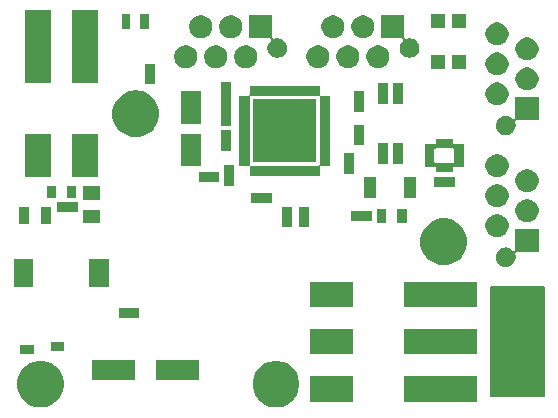
<source format=gts>
G04 #@! TF.GenerationSoftware,KiCad,Pcbnew,5.0.2-bee76a0~70~ubuntu18.04.1*
G04 #@! TF.CreationDate,2018-12-08T03:17:05+01:00*
G04 #@! TF.ProjectId,Roboy_motorboard,526f626f-795f-46d6-9f74-6f72626f6172,rev?*
G04 #@! TF.SameCoordinates,Original*
G04 #@! TF.FileFunction,Soldermask,Top*
G04 #@! TF.FilePolarity,Negative*
%FSLAX46Y46*%
G04 Gerber Fmt 4.6, Leading zero omitted, Abs format (unit mm)*
G04 Created by KiCad (PCBNEW 5.0.2-bee76a0~70~ubuntu18.04.1) date Sat 08 Dec 2018 03:17:05 CET*
%MOMM*%
%LPD*%
G01*
G04 APERTURE LIST*
%ADD10C,0.150000*%
%ADD11C,0.100000*%
G04 APERTURE END LIST*
D10*
G36*
X136000000Y-113650000D02*
X136000000Y-104400000D01*
X140500000Y-104400000D01*
X140500000Y-113650000D01*
X136000000Y-113650000D01*
G37*
X136000000Y-113650000D02*
X136000000Y-104400000D01*
X140500000Y-104400000D01*
X140500000Y-113650000D01*
X136000000Y-113650000D01*
D11*
G36*
X118376436Y-110699744D02*
X118736082Y-110848714D01*
X119057573Y-111063528D01*
X119059757Y-111064987D01*
X119335013Y-111340243D01*
X119335015Y-111340246D01*
X119551286Y-111663918D01*
X119700256Y-112023564D01*
X119776200Y-112405361D01*
X119776200Y-112794639D01*
X119700256Y-113176436D01*
X119551286Y-113536082D01*
X119336472Y-113857573D01*
X119335013Y-113859757D01*
X119059757Y-114135013D01*
X119059754Y-114135015D01*
X118736082Y-114351286D01*
X118376436Y-114500256D01*
X117994640Y-114576200D01*
X117605360Y-114576200D01*
X117223564Y-114500256D01*
X116863918Y-114351286D01*
X116540246Y-114135015D01*
X116540243Y-114135013D01*
X116264987Y-113859757D01*
X116263528Y-113857573D01*
X116048714Y-113536082D01*
X115899744Y-113176436D01*
X115823800Y-112794639D01*
X115823800Y-112405361D01*
X115899744Y-112023564D01*
X116048714Y-111663918D01*
X116264985Y-111340246D01*
X116264987Y-111340243D01*
X116540243Y-111064987D01*
X116542427Y-111063528D01*
X116863918Y-110848714D01*
X117223564Y-110699744D01*
X117605360Y-110623800D01*
X117994640Y-110623800D01*
X118376436Y-110699744D01*
X118376436Y-110699744D01*
G37*
G36*
X98426436Y-110699744D02*
X98786082Y-110848714D01*
X99107573Y-111063528D01*
X99109757Y-111064987D01*
X99385013Y-111340243D01*
X99385015Y-111340246D01*
X99601286Y-111663918D01*
X99750256Y-112023564D01*
X99826200Y-112405361D01*
X99826200Y-112794639D01*
X99750256Y-113176436D01*
X99601286Y-113536082D01*
X99386472Y-113857573D01*
X99385013Y-113859757D01*
X99109757Y-114135013D01*
X99109754Y-114135015D01*
X98786082Y-114351286D01*
X98426436Y-114500256D01*
X98044640Y-114576200D01*
X97655360Y-114576200D01*
X97273564Y-114500256D01*
X96913918Y-114351286D01*
X96590246Y-114135015D01*
X96590243Y-114135013D01*
X96314987Y-113859757D01*
X96313528Y-113857573D01*
X96098714Y-113536082D01*
X95949744Y-113176436D01*
X95873800Y-112794639D01*
X95873800Y-112405361D01*
X95949744Y-112023564D01*
X96098714Y-111663918D01*
X96314985Y-111340246D01*
X96314987Y-111340243D01*
X96590243Y-111064987D01*
X96592427Y-111063528D01*
X96913918Y-110848714D01*
X97273564Y-110699744D01*
X97655360Y-110623800D01*
X98044640Y-110623800D01*
X98426436Y-110699744D01*
X98426436Y-110699744D01*
G37*
G36*
X134826200Y-114076200D02*
X128673800Y-114076200D01*
X128673800Y-111923800D01*
X134826200Y-111923800D01*
X134826200Y-114076200D01*
X134826200Y-114076200D01*
G37*
G36*
X124326200Y-114076200D02*
X120673800Y-114076200D01*
X120673800Y-111923800D01*
X124326200Y-111923800D01*
X124326200Y-114076200D01*
X124326200Y-114076200D01*
G37*
G36*
X111251200Y-112276200D02*
X107598800Y-112276200D01*
X107598800Y-110523800D01*
X111251200Y-110523800D01*
X111251200Y-112276200D01*
X111251200Y-112276200D01*
G37*
G36*
X105851200Y-112276200D02*
X102198800Y-112276200D01*
X102198800Y-110523800D01*
X105851200Y-110523800D01*
X105851200Y-112276200D01*
X105851200Y-112276200D01*
G37*
G36*
X134826200Y-110076200D02*
X128673800Y-110076200D01*
X128673800Y-107923800D01*
X134826200Y-107923800D01*
X134826200Y-110076200D01*
X134826200Y-110076200D01*
G37*
G36*
X124326200Y-110076200D02*
X120673800Y-110076200D01*
X120673800Y-107923800D01*
X124326200Y-107923800D01*
X124326200Y-110076200D01*
X124326200Y-110076200D01*
G37*
G36*
X97286700Y-110040700D02*
X96134300Y-110040700D01*
X96134300Y-109288300D01*
X97286700Y-109288300D01*
X97286700Y-110040700D01*
X97286700Y-110040700D01*
G37*
G36*
X99876200Y-109776200D02*
X98723800Y-109776200D01*
X98723800Y-109023800D01*
X99876200Y-109023800D01*
X99876200Y-109776200D01*
X99876200Y-109776200D01*
G37*
G36*
X106222700Y-107042700D02*
X104470300Y-107042700D01*
X104470300Y-106190300D01*
X106222700Y-106190300D01*
X106222700Y-107042700D01*
X106222700Y-107042700D01*
G37*
G36*
X124326200Y-106076200D02*
X120673800Y-106076200D01*
X120673800Y-103923800D01*
X124326200Y-103923800D01*
X124326200Y-106076200D01*
X124326200Y-106076200D01*
G37*
G36*
X134826200Y-106076200D02*
X128673800Y-106076200D01*
X128673800Y-103923800D01*
X134826200Y-103923800D01*
X134826200Y-106076200D01*
X134826200Y-106076200D01*
G37*
G36*
X103657700Y-104363700D02*
X102005300Y-104363700D01*
X102005300Y-102011300D01*
X103657700Y-102011300D01*
X103657700Y-104363700D01*
X103657700Y-104363700D01*
G37*
G36*
X97257700Y-104363700D02*
X95605300Y-104363700D01*
X95605300Y-102011300D01*
X97257700Y-102011300D01*
X97257700Y-104363700D01*
X97257700Y-104363700D01*
G37*
G36*
X140026200Y-101426200D02*
X138155858Y-101426200D01*
X138131472Y-101428602D01*
X138108023Y-101435715D01*
X138086412Y-101447266D01*
X138067470Y-101462812D01*
X138051924Y-101481754D01*
X138040373Y-101503365D01*
X138033260Y-101526814D01*
X138030858Y-101551200D01*
X138033260Y-101575586D01*
X138040374Y-101599037D01*
X138044498Y-101608993D01*
X138076250Y-101768620D01*
X138076250Y-101931380D01*
X138044498Y-102091007D01*
X137982214Y-102241375D01*
X137891788Y-102376707D01*
X137776707Y-102491788D01*
X137641375Y-102582214D01*
X137553292Y-102618699D01*
X137491008Y-102644498D01*
X137411193Y-102660374D01*
X137331380Y-102676250D01*
X137168620Y-102676250D01*
X137088807Y-102660374D01*
X137008992Y-102644498D01*
X136946708Y-102618699D01*
X136858625Y-102582214D01*
X136723293Y-102491788D01*
X136608212Y-102376707D01*
X136517786Y-102241375D01*
X136455502Y-102091007D01*
X136423750Y-101931380D01*
X136423750Y-101768620D01*
X136455502Y-101608993D01*
X136469340Y-101575586D01*
X136481301Y-101546708D01*
X136517786Y-101458625D01*
X136608212Y-101323293D01*
X136723293Y-101208212D01*
X136858625Y-101117786D01*
X136946708Y-101081301D01*
X137008992Y-101055502D01*
X137088807Y-101039626D01*
X137168620Y-101023750D01*
X137331380Y-101023750D01*
X137411193Y-101039626D01*
X137491008Y-101055502D01*
X137553292Y-101081301D01*
X137641375Y-101117786D01*
X137776707Y-101208212D01*
X137860412Y-101291917D01*
X137879354Y-101307463D01*
X137900965Y-101319014D01*
X137924414Y-101326127D01*
X137948800Y-101328529D01*
X137973186Y-101326127D01*
X137996635Y-101319014D01*
X138018246Y-101307463D01*
X138037188Y-101291917D01*
X138052734Y-101272975D01*
X138064285Y-101251364D01*
X138071398Y-101227915D01*
X138073800Y-101203529D01*
X138073800Y-99473800D01*
X140026200Y-99473800D01*
X140026200Y-101426200D01*
X140026200Y-101426200D01*
G37*
G36*
X132576436Y-98649744D02*
X132936082Y-98798714D01*
X133126878Y-98926200D01*
X133259757Y-99014987D01*
X133535013Y-99290243D01*
X133535015Y-99290246D01*
X133751286Y-99613918D01*
X133900256Y-99973564D01*
X133976200Y-100355361D01*
X133976200Y-100744639D01*
X133900256Y-101126436D01*
X133751286Y-101486082D01*
X133669160Y-101608992D01*
X133535013Y-101809757D01*
X133259757Y-102085013D01*
X133259754Y-102085015D01*
X132936082Y-102301286D01*
X132576436Y-102450256D01*
X132194640Y-102526200D01*
X131805360Y-102526200D01*
X131614463Y-102488228D01*
X131423564Y-102450256D01*
X131063918Y-102301286D01*
X130740246Y-102085015D01*
X130740243Y-102085013D01*
X130464987Y-101809757D01*
X130330840Y-101608992D01*
X130248714Y-101486082D01*
X130099744Y-101126436D01*
X130023800Y-100744639D01*
X130023800Y-100355361D01*
X130099744Y-99973564D01*
X130248714Y-99613918D01*
X130464985Y-99290246D01*
X130464987Y-99290243D01*
X130740243Y-99014987D01*
X130873122Y-98926200D01*
X131063918Y-98798714D01*
X131423564Y-98649744D01*
X131805360Y-98573800D01*
X132194640Y-98573800D01*
X132576436Y-98649744D01*
X132576436Y-98649744D01*
G37*
G36*
X136794747Y-98241315D02*
X136972404Y-98314902D01*
X137132294Y-98421738D01*
X137268262Y-98557706D01*
X137375098Y-98717596D01*
X137448685Y-98895253D01*
X137486200Y-99083852D01*
X137486200Y-99276148D01*
X137448685Y-99464747D01*
X137375098Y-99642404D01*
X137268262Y-99802294D01*
X137132294Y-99938262D01*
X136972404Y-100045098D01*
X136794747Y-100118685D01*
X136606148Y-100156200D01*
X136413852Y-100156200D01*
X136225253Y-100118685D01*
X136047596Y-100045098D01*
X135887706Y-99938262D01*
X135751738Y-99802294D01*
X135644902Y-99642404D01*
X135571315Y-99464747D01*
X135533800Y-99276148D01*
X135533800Y-99083852D01*
X135571315Y-98895253D01*
X135644902Y-98717596D01*
X135751738Y-98557706D01*
X135887706Y-98421738D01*
X136047596Y-98314902D01*
X136225253Y-98241315D01*
X136413852Y-98203800D01*
X136606148Y-98203800D01*
X136794747Y-98241315D01*
X136794747Y-98241315D01*
G37*
G36*
X120576200Y-99326200D02*
X119723800Y-99326200D01*
X119723800Y-97573800D01*
X120576200Y-97573800D01*
X120576200Y-99326200D01*
X120576200Y-99326200D01*
G37*
G36*
X119176200Y-99326200D02*
X118323800Y-99326200D01*
X118323800Y-97573800D01*
X119176200Y-97573800D01*
X119176200Y-99326200D01*
X119176200Y-99326200D01*
G37*
G36*
X96885200Y-99024200D02*
X96032800Y-99024200D01*
X96032800Y-97571800D01*
X96885200Y-97571800D01*
X96885200Y-99024200D01*
X96885200Y-99024200D01*
G37*
G36*
X98785200Y-99024200D02*
X97932800Y-99024200D01*
X97932800Y-97571800D01*
X98785200Y-97571800D01*
X98785200Y-99024200D01*
X98785200Y-99024200D01*
G37*
G36*
X102872700Y-98985200D02*
X101470300Y-98985200D01*
X101470300Y-97832800D01*
X102872700Y-97832800D01*
X102872700Y-98985200D01*
X102872700Y-98985200D01*
G37*
G36*
X127136200Y-98926200D02*
X126313800Y-98926200D01*
X126313800Y-97773800D01*
X127136200Y-97773800D01*
X127136200Y-98926200D01*
X127136200Y-98926200D01*
G37*
G36*
X128886200Y-98926200D02*
X128063800Y-98926200D01*
X128063800Y-97773800D01*
X128886200Y-97773800D01*
X128886200Y-98926200D01*
X128886200Y-98926200D01*
G37*
G36*
X139334747Y-96971315D02*
X139512404Y-97044902D01*
X139672294Y-97151738D01*
X139808262Y-97287706D01*
X139915098Y-97447596D01*
X139988685Y-97625253D01*
X140026200Y-97813852D01*
X140026200Y-98006148D01*
X139988685Y-98194747D01*
X139915098Y-98372404D01*
X139808262Y-98532294D01*
X139672294Y-98668262D01*
X139512404Y-98775098D01*
X139334747Y-98848685D01*
X139146148Y-98886200D01*
X138953852Y-98886200D01*
X138765253Y-98848685D01*
X138587596Y-98775098D01*
X138427706Y-98668262D01*
X138291738Y-98532294D01*
X138184902Y-98372404D01*
X138111315Y-98194747D01*
X138073800Y-98006148D01*
X138073800Y-97813852D01*
X138111315Y-97625253D01*
X138184902Y-97447596D01*
X138291738Y-97287706D01*
X138427706Y-97151738D01*
X138587596Y-97044902D01*
X138765253Y-96971315D01*
X138953852Y-96933800D01*
X139146148Y-96933800D01*
X139334747Y-96971315D01*
X139334747Y-96971315D01*
G37*
G36*
X125926200Y-98776200D02*
X124173800Y-98776200D01*
X124173800Y-97923800D01*
X125926200Y-97923800D01*
X125926200Y-98776200D01*
X125926200Y-98776200D01*
G37*
G36*
X101015700Y-98025700D02*
X99263300Y-98025700D01*
X99263300Y-97173300D01*
X101015700Y-97173300D01*
X101015700Y-98025700D01*
X101015700Y-98025700D01*
G37*
G36*
X136794747Y-95701315D02*
X136972404Y-95774902D01*
X137132294Y-95881738D01*
X137268262Y-96017706D01*
X137375098Y-96177596D01*
X137448685Y-96355253D01*
X137486200Y-96543852D01*
X137486200Y-96736148D01*
X137448685Y-96924747D01*
X137375098Y-97102404D01*
X137268262Y-97262294D01*
X137132294Y-97398262D01*
X136972404Y-97505098D01*
X136794747Y-97578685D01*
X136606148Y-97616200D01*
X136413852Y-97616200D01*
X136225253Y-97578685D01*
X136047596Y-97505098D01*
X135887706Y-97398262D01*
X135751738Y-97262294D01*
X135644902Y-97102404D01*
X135571315Y-96924747D01*
X135533800Y-96736148D01*
X135533800Y-96543852D01*
X135571315Y-96355253D01*
X135644902Y-96177596D01*
X135751738Y-96017706D01*
X135887706Y-95881738D01*
X136047596Y-95774902D01*
X136225253Y-95701315D01*
X136413852Y-95663800D01*
X136606148Y-95663800D01*
X136794747Y-95701315D01*
X136794747Y-95701315D01*
G37*
G36*
X117426200Y-97276200D02*
X115673800Y-97276200D01*
X115673800Y-96423800D01*
X117426200Y-96423800D01*
X117426200Y-97276200D01*
X117426200Y-97276200D01*
G37*
G36*
X102872700Y-96985200D02*
X101470300Y-96985200D01*
X101470300Y-95832800D01*
X102872700Y-95832800D01*
X102872700Y-96985200D01*
X102872700Y-96985200D01*
G37*
G36*
X126276200Y-96876200D02*
X125223800Y-96876200D01*
X125223800Y-95023800D01*
X126276200Y-95023800D01*
X126276200Y-96876200D01*
X126276200Y-96876200D01*
G37*
G36*
X129676200Y-96876200D02*
X128623800Y-96876200D01*
X128623800Y-95023800D01*
X129676200Y-95023800D01*
X129676200Y-96876200D01*
X129676200Y-96876200D01*
G37*
G36*
X99157700Y-96805700D02*
X98405300Y-96805700D01*
X98405300Y-95853300D01*
X99157700Y-95853300D01*
X99157700Y-96805700D01*
X99157700Y-96805700D01*
G37*
G36*
X100857700Y-96805700D02*
X100105300Y-96805700D01*
X100105300Y-95853300D01*
X100857700Y-95853300D01*
X100857700Y-96805700D01*
X100857700Y-96805700D01*
G37*
G36*
X139334747Y-94431315D02*
X139512404Y-94504902D01*
X139672294Y-94611738D01*
X139808262Y-94747706D01*
X139915098Y-94907596D01*
X139988685Y-95085253D01*
X140026200Y-95273852D01*
X140026200Y-95466148D01*
X139988685Y-95654747D01*
X139915098Y-95832404D01*
X139808262Y-95992294D01*
X139672294Y-96128262D01*
X139512404Y-96235098D01*
X139334747Y-96308685D01*
X139146148Y-96346200D01*
X138953852Y-96346200D01*
X138765253Y-96308685D01*
X138587596Y-96235098D01*
X138427706Y-96128262D01*
X138291738Y-95992294D01*
X138184902Y-95832404D01*
X138111315Y-95654747D01*
X138073800Y-95466148D01*
X138073800Y-95273852D01*
X138111315Y-95085253D01*
X138184902Y-94907596D01*
X138291738Y-94747706D01*
X138427706Y-94611738D01*
X138587596Y-94504902D01*
X138765253Y-94431315D01*
X138953852Y-94393800D01*
X139146148Y-94393800D01*
X139334747Y-94431315D01*
X139334747Y-94431315D01*
G37*
G36*
X132926200Y-95876200D02*
X131173800Y-95876200D01*
X131173800Y-95023800D01*
X132926200Y-95023800D01*
X132926200Y-95876200D01*
X132926200Y-95876200D01*
G37*
G36*
X114266200Y-95816200D02*
X113413800Y-95816200D01*
X113413800Y-94063800D01*
X114266200Y-94063800D01*
X114266200Y-95816200D01*
X114266200Y-95816200D01*
G37*
G36*
X113001200Y-95476200D02*
X111248800Y-95476200D01*
X111248800Y-94623800D01*
X113001200Y-94623800D01*
X113001200Y-95476200D01*
X113001200Y-95476200D01*
G37*
G36*
X98707700Y-95087200D02*
X96555300Y-95087200D01*
X96555300Y-91434800D01*
X98707700Y-91434800D01*
X98707700Y-95087200D01*
X98707700Y-95087200D01*
G37*
G36*
X102707700Y-95087200D02*
X100555300Y-95087200D01*
X100555300Y-91434800D01*
X102707700Y-91434800D01*
X102707700Y-95087200D01*
X102707700Y-95087200D01*
G37*
G36*
X136794747Y-93161315D02*
X136972404Y-93234902D01*
X137132294Y-93341738D01*
X137268262Y-93477706D01*
X137375098Y-93637596D01*
X137448685Y-93815253D01*
X137486200Y-94003852D01*
X137486200Y-94196148D01*
X137448685Y-94384747D01*
X137375098Y-94562404D01*
X137268262Y-94722294D01*
X137132294Y-94858262D01*
X136972404Y-94965098D01*
X136794747Y-95038685D01*
X136606148Y-95076200D01*
X136413852Y-95076200D01*
X136225253Y-95038685D01*
X136047596Y-94965098D01*
X135887706Y-94858262D01*
X135751738Y-94722294D01*
X135644902Y-94562404D01*
X135571315Y-94384747D01*
X135533800Y-94196148D01*
X135533800Y-94003852D01*
X135571315Y-93815253D01*
X135644902Y-93637596D01*
X135751738Y-93477706D01*
X135887706Y-93341738D01*
X136047596Y-93234902D01*
X136225253Y-93161315D01*
X136413852Y-93123800D01*
X136606148Y-93123800D01*
X136794747Y-93161315D01*
X136794747Y-93161315D01*
G37*
G36*
X121483700Y-88071300D02*
X121486102Y-88095686D01*
X121493215Y-88119135D01*
X121504766Y-88140746D01*
X121520312Y-88159688D01*
X121539254Y-88175234D01*
X121560865Y-88186785D01*
X121584314Y-88193898D01*
X121608700Y-88196300D01*
X122358700Y-88196300D01*
X122358700Y-94098700D01*
X121608700Y-94098700D01*
X121584314Y-94101102D01*
X121560865Y-94108215D01*
X121539254Y-94119766D01*
X121520312Y-94135312D01*
X121504766Y-94154254D01*
X121493215Y-94175865D01*
X121486102Y-94199314D01*
X121483700Y-94223700D01*
X121483700Y-94973700D01*
X115581300Y-94973700D01*
X115581300Y-94223700D01*
X115578898Y-94199314D01*
X115571785Y-94175865D01*
X115560234Y-94154254D01*
X115544688Y-94135312D01*
X115525746Y-94119766D01*
X115504135Y-94108215D01*
X115480686Y-94101102D01*
X115456300Y-94098700D01*
X114706300Y-94098700D01*
X114706300Y-88298700D01*
X115558700Y-88298700D01*
X115558700Y-93996300D01*
X115561102Y-94020686D01*
X115568215Y-94044135D01*
X115579766Y-94065746D01*
X115595312Y-94084688D01*
X115614254Y-94100234D01*
X115635865Y-94111785D01*
X115659314Y-94118898D01*
X115683700Y-94121300D01*
X121381300Y-94121300D01*
X121405686Y-94118898D01*
X121429135Y-94111785D01*
X121450746Y-94100234D01*
X121469688Y-94084688D01*
X121485234Y-94065746D01*
X121496785Y-94044135D01*
X121503898Y-94020686D01*
X121506300Y-93996300D01*
X121506300Y-88298700D01*
X121503898Y-88274314D01*
X121496785Y-88250865D01*
X121485234Y-88229254D01*
X121469688Y-88210312D01*
X121450746Y-88194766D01*
X121429135Y-88183215D01*
X121405686Y-88176102D01*
X121381300Y-88173700D01*
X115683700Y-88173700D01*
X115659314Y-88176102D01*
X115635865Y-88183215D01*
X115614254Y-88194766D01*
X115595312Y-88210312D01*
X115579766Y-88229254D01*
X115568215Y-88250865D01*
X115561102Y-88274314D01*
X115558700Y-88298700D01*
X114706300Y-88298700D01*
X114706300Y-88196300D01*
X115456300Y-88196300D01*
X115480686Y-88193898D01*
X115504135Y-88186785D01*
X115525746Y-88175234D01*
X115544688Y-88159688D01*
X115560234Y-88140746D01*
X115571785Y-88119135D01*
X115578898Y-88095686D01*
X115581300Y-88071300D01*
X115581300Y-87321300D01*
X121483700Y-87321300D01*
X121483700Y-88071300D01*
X121483700Y-88071300D01*
G37*
G36*
X121183700Y-93798700D02*
X115881300Y-93798700D01*
X115881300Y-88496300D01*
X121183700Y-88496300D01*
X121183700Y-93798700D01*
X121183700Y-93798700D01*
G37*
G36*
X124426200Y-94826200D02*
X123573800Y-94826200D01*
X123573800Y-93073800D01*
X124426200Y-93073800D01*
X124426200Y-94826200D01*
X124426200Y-94826200D01*
G37*
G36*
X132751200Y-92173800D02*
X132753602Y-92198186D01*
X132760715Y-92221635D01*
X132772266Y-92243246D01*
X132787812Y-92262188D01*
X132806754Y-92277734D01*
X132828365Y-92289285D01*
X132851814Y-92296398D01*
X132876200Y-92298800D01*
X133726200Y-92298800D01*
X133726200Y-94201200D01*
X132876200Y-94201200D01*
X132851814Y-94203602D01*
X132828365Y-94210715D01*
X132806754Y-94222266D01*
X132787812Y-94237812D01*
X132772266Y-94256754D01*
X132760715Y-94278365D01*
X132753602Y-94301814D01*
X132751200Y-94326200D01*
X132751200Y-94676200D01*
X131348800Y-94676200D01*
X131348800Y-94326200D01*
X131346398Y-94301814D01*
X131339285Y-94278365D01*
X131327734Y-94256754D01*
X131312188Y-94237812D01*
X131293246Y-94222266D01*
X131271635Y-94210715D01*
X131248186Y-94203602D01*
X131223800Y-94201200D01*
X130373800Y-94201200D01*
X130373800Y-92776200D01*
X131201200Y-92776200D01*
X131201200Y-93723800D01*
X131203602Y-93748186D01*
X131210715Y-93771635D01*
X131222266Y-93793246D01*
X131237812Y-93812188D01*
X131256754Y-93827734D01*
X131278365Y-93839285D01*
X131301814Y-93846398D01*
X131326200Y-93848800D01*
X132773800Y-93848800D01*
X132798186Y-93846398D01*
X132821635Y-93839285D01*
X132843246Y-93827734D01*
X132862188Y-93812188D01*
X132877734Y-93793246D01*
X132889285Y-93771635D01*
X132896398Y-93748186D01*
X132898800Y-93723800D01*
X132898800Y-92776200D01*
X132896398Y-92751814D01*
X132889285Y-92728365D01*
X132877734Y-92706754D01*
X132862188Y-92687812D01*
X132843246Y-92672266D01*
X132821635Y-92660715D01*
X132798186Y-92653602D01*
X132773800Y-92651200D01*
X131326200Y-92651200D01*
X131301814Y-92653602D01*
X131278365Y-92660715D01*
X131256754Y-92672266D01*
X131237812Y-92687812D01*
X131222266Y-92706754D01*
X131210715Y-92728365D01*
X131203602Y-92751814D01*
X131201200Y-92776200D01*
X130373800Y-92776200D01*
X130373800Y-92298800D01*
X131223800Y-92298800D01*
X131248186Y-92296398D01*
X131271635Y-92289285D01*
X131293246Y-92277734D01*
X131312188Y-92262188D01*
X131327734Y-92243246D01*
X131339285Y-92221635D01*
X131346398Y-92198186D01*
X131348800Y-92173800D01*
X131348800Y-91823800D01*
X132751200Y-91823800D01*
X132751200Y-92173800D01*
X132751200Y-92173800D01*
G37*
G36*
X111476200Y-94176200D02*
X109723800Y-94176200D01*
X109723800Y-91423800D01*
X111476200Y-91423800D01*
X111476200Y-94176200D01*
X111476200Y-94176200D01*
G37*
G36*
X128591200Y-93966200D02*
X127678800Y-93966200D01*
X127678800Y-92213800D01*
X128591200Y-92213800D01*
X128591200Y-93966200D01*
X128591200Y-93966200D01*
G37*
G36*
X127321200Y-93966200D02*
X126408800Y-93966200D01*
X126408800Y-92213800D01*
X127321200Y-92213800D01*
X127321200Y-93966200D01*
X127321200Y-93966200D01*
G37*
G36*
X114001200Y-92826200D02*
X113148800Y-92826200D01*
X113148800Y-91073800D01*
X114001200Y-91073800D01*
X114001200Y-92826200D01*
X114001200Y-92826200D01*
G37*
G36*
X125226200Y-92376200D02*
X124373800Y-92376200D01*
X124373800Y-90623800D01*
X125226200Y-90623800D01*
X125226200Y-92376200D01*
X125226200Y-92376200D01*
G37*
G36*
X106156141Y-87745253D02*
X106494436Y-87812544D01*
X106854082Y-87961514D01*
X106947299Y-88023800D01*
X107177757Y-88177787D01*
X107453013Y-88453043D01*
X107453015Y-88453046D01*
X107669286Y-88776718D01*
X107818256Y-89136364D01*
X107894200Y-89518161D01*
X107894200Y-89907439D01*
X107818256Y-90289236D01*
X107669286Y-90648882D01*
X107474094Y-90941007D01*
X107453013Y-90972557D01*
X107177757Y-91247813D01*
X107177754Y-91247815D01*
X106854082Y-91464086D01*
X106494436Y-91613056D01*
X106112640Y-91689000D01*
X105723360Y-91689000D01*
X105532463Y-91651028D01*
X105341564Y-91613056D01*
X104981918Y-91464086D01*
X104658246Y-91247815D01*
X104658243Y-91247813D01*
X104382987Y-90972557D01*
X104361906Y-90941007D01*
X104166714Y-90648882D01*
X104017744Y-90289236D01*
X103941800Y-89907439D01*
X103941800Y-89518161D01*
X104017744Y-89136364D01*
X104166714Y-88776718D01*
X104382985Y-88453046D01*
X104382987Y-88453043D01*
X104658243Y-88177787D01*
X104888701Y-88023800D01*
X104981918Y-87961514D01*
X105341564Y-87812544D01*
X105679859Y-87745253D01*
X105723360Y-87736600D01*
X106112640Y-87736600D01*
X106156141Y-87745253D01*
X106156141Y-87745253D01*
G37*
G36*
X140026200Y-90276200D02*
X138155858Y-90276200D01*
X138131472Y-90278602D01*
X138108023Y-90285715D01*
X138086412Y-90297266D01*
X138067470Y-90312812D01*
X138051924Y-90331754D01*
X138040373Y-90353365D01*
X138033260Y-90376814D01*
X138030858Y-90401200D01*
X138033260Y-90425586D01*
X138040374Y-90449037D01*
X138044498Y-90458993D01*
X138076250Y-90618620D01*
X138076250Y-90781380D01*
X138044498Y-90941007D01*
X137982214Y-91091375D01*
X137891788Y-91226707D01*
X137776707Y-91341788D01*
X137641375Y-91432214D01*
X137553292Y-91468699D01*
X137491008Y-91494498D01*
X137411193Y-91510374D01*
X137331380Y-91526250D01*
X137168620Y-91526250D01*
X137008992Y-91494498D01*
X136946708Y-91468699D01*
X136858625Y-91432214D01*
X136723293Y-91341788D01*
X136608212Y-91226707D01*
X136517786Y-91091375D01*
X136455502Y-90941007D01*
X136423750Y-90781380D01*
X136423750Y-90618620D01*
X136455502Y-90458993D01*
X136469340Y-90425586D01*
X136481301Y-90396708D01*
X136517786Y-90308625D01*
X136608212Y-90173293D01*
X136723293Y-90058212D01*
X136858625Y-89967786D01*
X136946708Y-89931301D01*
X137008992Y-89905502D01*
X137088807Y-89889626D01*
X137168620Y-89873750D01*
X137331380Y-89873750D01*
X137491008Y-89905502D01*
X137553292Y-89931301D01*
X137641375Y-89967786D01*
X137776707Y-90058212D01*
X137860412Y-90141917D01*
X137879354Y-90157463D01*
X137900965Y-90169014D01*
X137924414Y-90176127D01*
X137948800Y-90178529D01*
X137973186Y-90176127D01*
X137996635Y-90169014D01*
X138018246Y-90157463D01*
X138037188Y-90141917D01*
X138052734Y-90122975D01*
X138064285Y-90101364D01*
X138071398Y-90077915D01*
X138073800Y-90053529D01*
X138073800Y-88323800D01*
X140026200Y-88323800D01*
X140026200Y-90276200D01*
X140026200Y-90276200D01*
G37*
G36*
X114001200Y-90776200D02*
X113148800Y-90776200D01*
X113148800Y-87023800D01*
X114001200Y-87023800D01*
X114001200Y-90776200D01*
X114001200Y-90776200D01*
G37*
G36*
X111476200Y-90576200D02*
X109723800Y-90576200D01*
X109723800Y-87823800D01*
X111476200Y-87823800D01*
X111476200Y-90576200D01*
X111476200Y-90576200D01*
G37*
G36*
X125226200Y-89526200D02*
X124373800Y-89526200D01*
X124373800Y-87773800D01*
X125226200Y-87773800D01*
X125226200Y-89526200D01*
X125226200Y-89526200D01*
G37*
G36*
X136794747Y-87091315D02*
X136972404Y-87164902D01*
X137132294Y-87271738D01*
X137268262Y-87407706D01*
X137375098Y-87567596D01*
X137448685Y-87745253D01*
X137486200Y-87933852D01*
X137486200Y-88126148D01*
X137448685Y-88314747D01*
X137375098Y-88492404D01*
X137268262Y-88652294D01*
X137132294Y-88788262D01*
X136972404Y-88895098D01*
X136794747Y-88968685D01*
X136606148Y-89006200D01*
X136413852Y-89006200D01*
X136225253Y-88968685D01*
X136047596Y-88895098D01*
X135887706Y-88788262D01*
X135751738Y-88652294D01*
X135644902Y-88492404D01*
X135571315Y-88314747D01*
X135533800Y-88126148D01*
X135533800Y-87933852D01*
X135571315Y-87745253D01*
X135644902Y-87567596D01*
X135751738Y-87407706D01*
X135887706Y-87271738D01*
X136047596Y-87164902D01*
X136225253Y-87091315D01*
X136413852Y-87053800D01*
X136606148Y-87053800D01*
X136794747Y-87091315D01*
X136794747Y-87091315D01*
G37*
G36*
X128591200Y-88886200D02*
X127678800Y-88886200D01*
X127678800Y-87133800D01*
X128591200Y-87133800D01*
X128591200Y-88886200D01*
X128591200Y-88886200D01*
G37*
G36*
X127321200Y-88886200D02*
X126408800Y-88886200D01*
X126408800Y-87133800D01*
X127321200Y-87133800D01*
X127321200Y-88886200D01*
X127321200Y-88886200D01*
G37*
G36*
X139334747Y-85821315D02*
X139512404Y-85894902D01*
X139672294Y-86001738D01*
X139808262Y-86137706D01*
X139915098Y-86297596D01*
X139988685Y-86475253D01*
X140026200Y-86663852D01*
X140026200Y-86856148D01*
X139988685Y-87044747D01*
X139915098Y-87222404D01*
X139808262Y-87382294D01*
X139672294Y-87518262D01*
X139512404Y-87625098D01*
X139334747Y-87698685D01*
X139146148Y-87736200D01*
X138953852Y-87736200D01*
X138765253Y-87698685D01*
X138587596Y-87625098D01*
X138427706Y-87518262D01*
X138291738Y-87382294D01*
X138184902Y-87222404D01*
X138111315Y-87044747D01*
X138073800Y-86856148D01*
X138073800Y-86663852D01*
X138111315Y-86475253D01*
X138184902Y-86297596D01*
X138291738Y-86137706D01*
X138427706Y-86001738D01*
X138587596Y-85894902D01*
X138765253Y-85821315D01*
X138953852Y-85783800D01*
X139146148Y-85783800D01*
X139334747Y-85821315D01*
X139334747Y-85821315D01*
G37*
G36*
X107576200Y-87226200D02*
X106723800Y-87226200D01*
X106723800Y-85473800D01*
X107576200Y-85473800D01*
X107576200Y-87226200D01*
X107576200Y-87226200D01*
G37*
G36*
X98707700Y-87087200D02*
X96555300Y-87087200D01*
X96555300Y-80934800D01*
X98707700Y-80934800D01*
X98707700Y-87087200D01*
X98707700Y-87087200D01*
G37*
G36*
X102707700Y-87087200D02*
X100555300Y-87087200D01*
X100555300Y-80934800D01*
X102707700Y-80934800D01*
X102707700Y-87087200D01*
X102707700Y-87087200D01*
G37*
G36*
X136794747Y-84551315D02*
X136972404Y-84624902D01*
X137132294Y-84731738D01*
X137268262Y-84867706D01*
X137375098Y-85027596D01*
X137448685Y-85205253D01*
X137486200Y-85393852D01*
X137486200Y-85586148D01*
X137448685Y-85774747D01*
X137375098Y-85952404D01*
X137268262Y-86112294D01*
X137132294Y-86248262D01*
X136972404Y-86355098D01*
X136794747Y-86428685D01*
X136606148Y-86466200D01*
X136413852Y-86466200D01*
X136225253Y-86428685D01*
X136047596Y-86355098D01*
X135887706Y-86248262D01*
X135751738Y-86112294D01*
X135644902Y-85952404D01*
X135571315Y-85774747D01*
X135533800Y-85586148D01*
X135533800Y-85393852D01*
X135571315Y-85205253D01*
X135644902Y-85027596D01*
X135751738Y-84867706D01*
X135887706Y-84731738D01*
X136047596Y-84624902D01*
X136225253Y-84551315D01*
X136413852Y-84513800D01*
X136606148Y-84513800D01*
X136794747Y-84551315D01*
X136794747Y-84551315D01*
G37*
G36*
X132101200Y-85926200D02*
X130948800Y-85926200D01*
X130948800Y-84773800D01*
X132101200Y-84773800D01*
X132101200Y-85926200D01*
X132101200Y-85926200D01*
G37*
G36*
X133851200Y-85926200D02*
X132698800Y-85926200D01*
X132698800Y-84773800D01*
X133851200Y-84773800D01*
X133851200Y-85926200D01*
X133851200Y-85926200D01*
G37*
G36*
X110434747Y-83951315D02*
X110612404Y-84024902D01*
X110772294Y-84131738D01*
X110908262Y-84267706D01*
X111015098Y-84427596D01*
X111088685Y-84605253D01*
X111126200Y-84793852D01*
X111126200Y-84986148D01*
X111088685Y-85174747D01*
X111015098Y-85352404D01*
X110908262Y-85512294D01*
X110772294Y-85648262D01*
X110612404Y-85755098D01*
X110434747Y-85828685D01*
X110246148Y-85866200D01*
X110053852Y-85866200D01*
X109865253Y-85828685D01*
X109687596Y-85755098D01*
X109527706Y-85648262D01*
X109391738Y-85512294D01*
X109284902Y-85352404D01*
X109211315Y-85174747D01*
X109173800Y-84986148D01*
X109173800Y-84793852D01*
X109211315Y-84605253D01*
X109284902Y-84427596D01*
X109391738Y-84267706D01*
X109527706Y-84131738D01*
X109687596Y-84024902D01*
X109865253Y-83951315D01*
X110053852Y-83913800D01*
X110246148Y-83913800D01*
X110434747Y-83951315D01*
X110434747Y-83951315D01*
G37*
G36*
X112974747Y-83951315D02*
X113152404Y-84024902D01*
X113312294Y-84131738D01*
X113448262Y-84267706D01*
X113555098Y-84427596D01*
X113628685Y-84605253D01*
X113666200Y-84793852D01*
X113666200Y-84986148D01*
X113628685Y-85174747D01*
X113555098Y-85352404D01*
X113448262Y-85512294D01*
X113312294Y-85648262D01*
X113152404Y-85755098D01*
X112974747Y-85828685D01*
X112786148Y-85866200D01*
X112593852Y-85866200D01*
X112405253Y-85828685D01*
X112227596Y-85755098D01*
X112067706Y-85648262D01*
X111931738Y-85512294D01*
X111824902Y-85352404D01*
X111751315Y-85174747D01*
X111713800Y-84986148D01*
X111713800Y-84793852D01*
X111751315Y-84605253D01*
X111824902Y-84427596D01*
X111931738Y-84267706D01*
X112067706Y-84131738D01*
X112227596Y-84024902D01*
X112405253Y-83951315D01*
X112593852Y-83913800D01*
X112786148Y-83913800D01*
X112974747Y-83951315D01*
X112974747Y-83951315D01*
G37*
G36*
X124174747Y-83951315D02*
X124352404Y-84024902D01*
X124512294Y-84131738D01*
X124648262Y-84267706D01*
X124755098Y-84427596D01*
X124828685Y-84605253D01*
X124866200Y-84793852D01*
X124866200Y-84986148D01*
X124828685Y-85174747D01*
X124755098Y-85352404D01*
X124648262Y-85512294D01*
X124512294Y-85648262D01*
X124352404Y-85755098D01*
X124174747Y-85828685D01*
X123986148Y-85866200D01*
X123793852Y-85866200D01*
X123605253Y-85828685D01*
X123427596Y-85755098D01*
X123267706Y-85648262D01*
X123131738Y-85512294D01*
X123024902Y-85352404D01*
X122951315Y-85174747D01*
X122913800Y-84986148D01*
X122913800Y-84793852D01*
X122951315Y-84605253D01*
X123024902Y-84427596D01*
X123131738Y-84267706D01*
X123267706Y-84131738D01*
X123427596Y-84024902D01*
X123605253Y-83951315D01*
X123793852Y-83913800D01*
X123986148Y-83913800D01*
X124174747Y-83951315D01*
X124174747Y-83951315D01*
G37*
G36*
X121634747Y-83951315D02*
X121812404Y-84024902D01*
X121972294Y-84131738D01*
X122108262Y-84267706D01*
X122215098Y-84427596D01*
X122288685Y-84605253D01*
X122326200Y-84793852D01*
X122326200Y-84986148D01*
X122288685Y-85174747D01*
X122215098Y-85352404D01*
X122108262Y-85512294D01*
X121972294Y-85648262D01*
X121812404Y-85755098D01*
X121634747Y-85828685D01*
X121446148Y-85866200D01*
X121253852Y-85866200D01*
X121065253Y-85828685D01*
X120887596Y-85755098D01*
X120727706Y-85648262D01*
X120591738Y-85512294D01*
X120484902Y-85352404D01*
X120411315Y-85174747D01*
X120373800Y-84986148D01*
X120373800Y-84793852D01*
X120411315Y-84605253D01*
X120484902Y-84427596D01*
X120591738Y-84267706D01*
X120727706Y-84131738D01*
X120887596Y-84024902D01*
X121065253Y-83951315D01*
X121253852Y-83913800D01*
X121446148Y-83913800D01*
X121634747Y-83951315D01*
X121634747Y-83951315D01*
G37*
G36*
X115514747Y-83951315D02*
X115692404Y-84024902D01*
X115852294Y-84131738D01*
X115988262Y-84267706D01*
X116095098Y-84427596D01*
X116168685Y-84605253D01*
X116206200Y-84793852D01*
X116206200Y-84986148D01*
X116168685Y-85174747D01*
X116095098Y-85352404D01*
X115988262Y-85512294D01*
X115852294Y-85648262D01*
X115692404Y-85755098D01*
X115514747Y-85828685D01*
X115326148Y-85866200D01*
X115133852Y-85866200D01*
X114945253Y-85828685D01*
X114767596Y-85755098D01*
X114607706Y-85648262D01*
X114471738Y-85512294D01*
X114364902Y-85352404D01*
X114291315Y-85174747D01*
X114253800Y-84986148D01*
X114253800Y-84793852D01*
X114291315Y-84605253D01*
X114364902Y-84427596D01*
X114471738Y-84267706D01*
X114607706Y-84131738D01*
X114767596Y-84024902D01*
X114945253Y-83951315D01*
X115133852Y-83913800D01*
X115326148Y-83913800D01*
X115514747Y-83951315D01*
X115514747Y-83951315D01*
G37*
G36*
X126714747Y-83951315D02*
X126892404Y-84024902D01*
X127052294Y-84131738D01*
X127188262Y-84267706D01*
X127295098Y-84427596D01*
X127368685Y-84605253D01*
X127406200Y-84793852D01*
X127406200Y-84986148D01*
X127368685Y-85174747D01*
X127295098Y-85352404D01*
X127188262Y-85512294D01*
X127052294Y-85648262D01*
X126892404Y-85755098D01*
X126714747Y-85828685D01*
X126526148Y-85866200D01*
X126333852Y-85866200D01*
X126145253Y-85828685D01*
X125967596Y-85755098D01*
X125807706Y-85648262D01*
X125671738Y-85512294D01*
X125564902Y-85352404D01*
X125491315Y-85174747D01*
X125453800Y-84986148D01*
X125453800Y-84793852D01*
X125491315Y-84605253D01*
X125564902Y-84427596D01*
X125671738Y-84267706D01*
X125807706Y-84131738D01*
X125967596Y-84024902D01*
X126145253Y-83951315D01*
X126333852Y-83913800D01*
X126526148Y-83913800D01*
X126714747Y-83951315D01*
X126714747Y-83951315D01*
G37*
G36*
X139334747Y-83281315D02*
X139512404Y-83354902D01*
X139672294Y-83461738D01*
X139808262Y-83597706D01*
X139915098Y-83757596D01*
X139988685Y-83935253D01*
X140026200Y-84123852D01*
X140026200Y-84316148D01*
X139988685Y-84504747D01*
X139915098Y-84682404D01*
X139808262Y-84842294D01*
X139672294Y-84978262D01*
X139512404Y-85085098D01*
X139334747Y-85158685D01*
X139146148Y-85196200D01*
X138953852Y-85196200D01*
X138765253Y-85158685D01*
X138587596Y-85085098D01*
X138427706Y-84978262D01*
X138291738Y-84842294D01*
X138184902Y-84682404D01*
X138111315Y-84504747D01*
X138073800Y-84316148D01*
X138073800Y-84123852D01*
X138111315Y-83935253D01*
X138184902Y-83757596D01*
X138291738Y-83597706D01*
X138427706Y-83461738D01*
X138587596Y-83354902D01*
X138765253Y-83281315D01*
X138953852Y-83243800D01*
X139146148Y-83243800D01*
X139334747Y-83281315D01*
X139334747Y-83281315D01*
G37*
G36*
X117476200Y-83244142D02*
X117478602Y-83268528D01*
X117485715Y-83291977D01*
X117497266Y-83313588D01*
X117512812Y-83332530D01*
X117531754Y-83348076D01*
X117553365Y-83359627D01*
X117576814Y-83366740D01*
X117601200Y-83369142D01*
X117625586Y-83366740D01*
X117649033Y-83359627D01*
X117658992Y-83355502D01*
X117818620Y-83323750D01*
X117981380Y-83323750D01*
X118141008Y-83355502D01*
X118203292Y-83381301D01*
X118291375Y-83417786D01*
X118426707Y-83508212D01*
X118541788Y-83623293D01*
X118632214Y-83758625D01*
X118668699Y-83846708D01*
X118694498Y-83908992D01*
X118726250Y-84068621D01*
X118726250Y-84231379D01*
X118694498Y-84391008D01*
X118668699Y-84453292D01*
X118632214Y-84541375D01*
X118541788Y-84676707D01*
X118426707Y-84791788D01*
X118291375Y-84882214D01*
X118203292Y-84918699D01*
X118141008Y-84944498D01*
X117981380Y-84976250D01*
X117818620Y-84976250D01*
X117658992Y-84944498D01*
X117596708Y-84918699D01*
X117508625Y-84882214D01*
X117373293Y-84791788D01*
X117258212Y-84676707D01*
X117167786Y-84541375D01*
X117131301Y-84453292D01*
X117105502Y-84391008D01*
X117073750Y-84231379D01*
X117073750Y-84068621D01*
X117105502Y-83908992D01*
X117131301Y-83846708D01*
X117167786Y-83758625D01*
X117258212Y-83623293D01*
X117341917Y-83539588D01*
X117357463Y-83520646D01*
X117369014Y-83499035D01*
X117376127Y-83475586D01*
X117378529Y-83451200D01*
X117376127Y-83426814D01*
X117369014Y-83403365D01*
X117357463Y-83381754D01*
X117341917Y-83362812D01*
X117322975Y-83347266D01*
X117301364Y-83335715D01*
X117277915Y-83328602D01*
X117253529Y-83326200D01*
X115523800Y-83326200D01*
X115523800Y-81373800D01*
X117476200Y-81373800D01*
X117476200Y-83244142D01*
X117476200Y-83244142D01*
G37*
G36*
X128676200Y-83244142D02*
X128678602Y-83268528D01*
X128685715Y-83291977D01*
X128697266Y-83313588D01*
X128712812Y-83332530D01*
X128731754Y-83348076D01*
X128753365Y-83359627D01*
X128776814Y-83366740D01*
X128801200Y-83369142D01*
X128825586Y-83366740D01*
X128849033Y-83359627D01*
X128858992Y-83355502D01*
X129018620Y-83323750D01*
X129181380Y-83323750D01*
X129341008Y-83355502D01*
X129403292Y-83381301D01*
X129491375Y-83417786D01*
X129626707Y-83508212D01*
X129741788Y-83623293D01*
X129832214Y-83758625D01*
X129868699Y-83846708D01*
X129894498Y-83908992D01*
X129926250Y-84068621D01*
X129926250Y-84231379D01*
X129894498Y-84391008D01*
X129868699Y-84453292D01*
X129832214Y-84541375D01*
X129741788Y-84676707D01*
X129626707Y-84791788D01*
X129491375Y-84882214D01*
X129403292Y-84918699D01*
X129341008Y-84944498D01*
X129181380Y-84976250D01*
X129018620Y-84976250D01*
X128858992Y-84944498D01*
X128796708Y-84918699D01*
X128708625Y-84882214D01*
X128573293Y-84791788D01*
X128458212Y-84676707D01*
X128367786Y-84541375D01*
X128331301Y-84453292D01*
X128305502Y-84391008D01*
X128273750Y-84231379D01*
X128273750Y-84068621D01*
X128305502Y-83908992D01*
X128331301Y-83846708D01*
X128367786Y-83758625D01*
X128458212Y-83623293D01*
X128541917Y-83539588D01*
X128557463Y-83520646D01*
X128569014Y-83499035D01*
X128576127Y-83475586D01*
X128578529Y-83451200D01*
X128576127Y-83426814D01*
X128569014Y-83403365D01*
X128557463Y-83381754D01*
X128541917Y-83362812D01*
X128522975Y-83347266D01*
X128501364Y-83335715D01*
X128477915Y-83328602D01*
X128453529Y-83326200D01*
X126723800Y-83326200D01*
X126723800Y-81373800D01*
X128676200Y-81373800D01*
X128676200Y-83244142D01*
X128676200Y-83244142D01*
G37*
G36*
X136794747Y-82011315D02*
X136972404Y-82084902D01*
X137132294Y-82191738D01*
X137268262Y-82327706D01*
X137375098Y-82487596D01*
X137448685Y-82665253D01*
X137486200Y-82853852D01*
X137486200Y-83046148D01*
X137448685Y-83234747D01*
X137375098Y-83412404D01*
X137268262Y-83572294D01*
X137132294Y-83708262D01*
X136972404Y-83815098D01*
X136794747Y-83888685D01*
X136606148Y-83926200D01*
X136413852Y-83926200D01*
X136225253Y-83888685D01*
X136047596Y-83815098D01*
X135887706Y-83708262D01*
X135751738Y-83572294D01*
X135644902Y-83412404D01*
X135571315Y-83234747D01*
X135533800Y-83046148D01*
X135533800Y-82853852D01*
X135571315Y-82665253D01*
X135644902Y-82487596D01*
X135751738Y-82327706D01*
X135887706Y-82191738D01*
X136047596Y-82084902D01*
X136225253Y-82011315D01*
X136413852Y-81973800D01*
X136606148Y-81973800D01*
X136794747Y-82011315D01*
X136794747Y-82011315D01*
G37*
G36*
X111704747Y-81411315D02*
X111882404Y-81484902D01*
X112042294Y-81591738D01*
X112178262Y-81727706D01*
X112285098Y-81887596D01*
X112358685Y-82065253D01*
X112396200Y-82253852D01*
X112396200Y-82446148D01*
X112358685Y-82634747D01*
X112285098Y-82812404D01*
X112178262Y-82972294D01*
X112042294Y-83108262D01*
X111882404Y-83215098D01*
X111704747Y-83288685D01*
X111516148Y-83326200D01*
X111323852Y-83326200D01*
X111135253Y-83288685D01*
X110957596Y-83215098D01*
X110797706Y-83108262D01*
X110661738Y-82972294D01*
X110554902Y-82812404D01*
X110481315Y-82634747D01*
X110443800Y-82446148D01*
X110443800Y-82253852D01*
X110481315Y-82065253D01*
X110554902Y-81887596D01*
X110661738Y-81727706D01*
X110797706Y-81591738D01*
X110957596Y-81484902D01*
X111135253Y-81411315D01*
X111323852Y-81373800D01*
X111516148Y-81373800D01*
X111704747Y-81411315D01*
X111704747Y-81411315D01*
G37*
G36*
X114244747Y-81411315D02*
X114422404Y-81484902D01*
X114582294Y-81591738D01*
X114718262Y-81727706D01*
X114825098Y-81887596D01*
X114898685Y-82065253D01*
X114936200Y-82253852D01*
X114936200Y-82446148D01*
X114898685Y-82634747D01*
X114825098Y-82812404D01*
X114718262Y-82972294D01*
X114582294Y-83108262D01*
X114422404Y-83215098D01*
X114244747Y-83288685D01*
X114056148Y-83326200D01*
X113863852Y-83326200D01*
X113675253Y-83288685D01*
X113497596Y-83215098D01*
X113337706Y-83108262D01*
X113201738Y-82972294D01*
X113094902Y-82812404D01*
X113021315Y-82634747D01*
X112983800Y-82446148D01*
X112983800Y-82253852D01*
X113021315Y-82065253D01*
X113094902Y-81887596D01*
X113201738Y-81727706D01*
X113337706Y-81591738D01*
X113497596Y-81484902D01*
X113675253Y-81411315D01*
X113863852Y-81373800D01*
X114056148Y-81373800D01*
X114244747Y-81411315D01*
X114244747Y-81411315D01*
G37*
G36*
X122904747Y-81411315D02*
X123082404Y-81484902D01*
X123242294Y-81591738D01*
X123378262Y-81727706D01*
X123485098Y-81887596D01*
X123558685Y-82065253D01*
X123596200Y-82253852D01*
X123596200Y-82446148D01*
X123558685Y-82634747D01*
X123485098Y-82812404D01*
X123378262Y-82972294D01*
X123242294Y-83108262D01*
X123082404Y-83215098D01*
X122904747Y-83288685D01*
X122716148Y-83326200D01*
X122523852Y-83326200D01*
X122335253Y-83288685D01*
X122157596Y-83215098D01*
X121997706Y-83108262D01*
X121861738Y-82972294D01*
X121754902Y-82812404D01*
X121681315Y-82634747D01*
X121643800Y-82446148D01*
X121643800Y-82253852D01*
X121681315Y-82065253D01*
X121754902Y-81887596D01*
X121861738Y-81727706D01*
X121997706Y-81591738D01*
X122157596Y-81484902D01*
X122335253Y-81411315D01*
X122523852Y-81373800D01*
X122716148Y-81373800D01*
X122904747Y-81411315D01*
X122904747Y-81411315D01*
G37*
G36*
X125444747Y-81411315D02*
X125622404Y-81484902D01*
X125782294Y-81591738D01*
X125918262Y-81727706D01*
X126025098Y-81887596D01*
X126098685Y-82065253D01*
X126136200Y-82253852D01*
X126136200Y-82446148D01*
X126098685Y-82634747D01*
X126025098Y-82812404D01*
X125918262Y-82972294D01*
X125782294Y-83108262D01*
X125622404Y-83215098D01*
X125444747Y-83288685D01*
X125256148Y-83326200D01*
X125063852Y-83326200D01*
X124875253Y-83288685D01*
X124697596Y-83215098D01*
X124537706Y-83108262D01*
X124401738Y-82972294D01*
X124294902Y-82812404D01*
X124221315Y-82634747D01*
X124183800Y-82446148D01*
X124183800Y-82253852D01*
X124221315Y-82065253D01*
X124294902Y-81887596D01*
X124401738Y-81727706D01*
X124537706Y-81591738D01*
X124697596Y-81484902D01*
X124875253Y-81411315D01*
X125063852Y-81373800D01*
X125256148Y-81373800D01*
X125444747Y-81411315D01*
X125444747Y-81411315D01*
G37*
G36*
X107076200Y-82501200D02*
X106323800Y-82501200D01*
X106323800Y-81298800D01*
X107076200Y-81298800D01*
X107076200Y-82501200D01*
X107076200Y-82501200D01*
G37*
G36*
X105476200Y-82501200D02*
X104723800Y-82501200D01*
X104723800Y-81298800D01*
X105476200Y-81298800D01*
X105476200Y-82501200D01*
X105476200Y-82501200D01*
G37*
G36*
X133851200Y-82426200D02*
X132698800Y-82426200D01*
X132698800Y-81273800D01*
X133851200Y-81273800D01*
X133851200Y-82426200D01*
X133851200Y-82426200D01*
G37*
G36*
X132101200Y-82426200D02*
X130948800Y-82426200D01*
X130948800Y-81273800D01*
X132101200Y-81273800D01*
X132101200Y-82426200D01*
X132101200Y-82426200D01*
G37*
M02*

</source>
